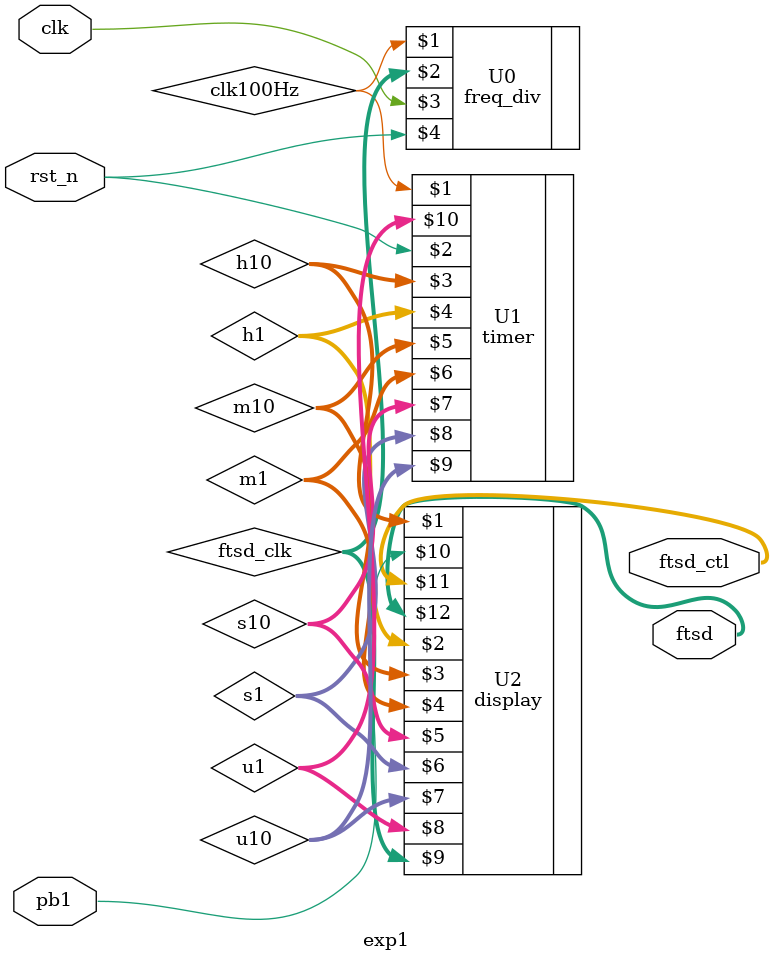
<source format=v>
`timescale 1ns / 1ps
module exp1(
    input clk,
    input rst_n,
    output [14:0] ftsd,
    output [3:0] ftsd_ctl,
    input pb1
    );
	 wire clk100Hz;
	 wire [1:0]	ftsd_clk;
	 wire [3:0]	h10,h1,m10,m1,s10,s1,u10,u1;
	 
	 freq_div U0(clk100Hz,ftsd_clk,clk,rst_n);
	 timer 	 U1 (clk100Hz,rst_n,h10,h1,m10,m1,s10,s1,u10,u1);
	 display	 U2(h10,h1,m10,m1,s10,s1,u10,u1,ftsd_clk,pb1,ftsd_ctl,ftsd);

endmodule

</source>
